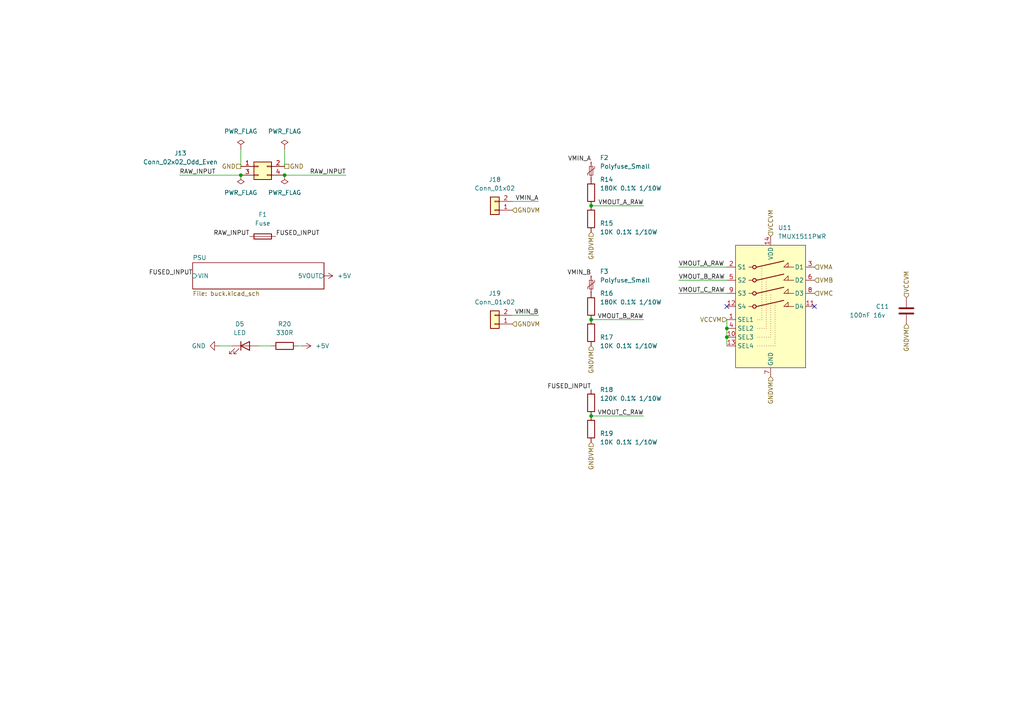
<source format=kicad_sch>
(kicad_sch (version 20250114) (generator "eeschema") (generator_version "9.0")
  (paper "A4")
  (lib_symbols
    (symbol "Analog_Switch_Local:TMUX1511PWR"
      (property "Reference" "U" (at 0 37.592 0))
      (property "Value" "TMUX1511PWR" (at 8.89 16.51 0))
      (symbol "TMUX1511PWR_0_1"
        (polyline (pts (xy 3.81 11.43) (xy 5.08 11.43) (xy 5.08 12.7) (xy 3.81 11.43)))
        (polyline (pts (xy 3.81 7.62) (xy 5.08 7.62) (xy 5.08 8.89) (xy 3.81 7.62)))
        (polyline (pts (xy 3.81 3.81) (xy 5.08 3.81) (xy 5.08 5.08) (xy 3.81 3.81)))
        (polyline (pts (xy 3.81 0) (xy 5.08 0) (xy 5.08 1.27) (xy 3.81 0)))
      )
      (symbol "TMUX1511PWR_1_1"
        (rectangle (start -10.16 17.78) (end 10.16 -17.78) (fill (type background)))
        (polyline (pts (xy -6.35 11.43) (xy -5.334 11.43)))
        (polyline (pts (xy -6.35 7.62) (xy -5.334 7.62)))
        (polyline (pts (xy -6.35 3.81) (xy -5.334 3.81)))
        (polyline (pts (xy -6.35 0) (xy -5.334 0)))
        (circle (center -4.699 11.43) (radius 0.508) (stroke (width 0.254)))
        (circle (center -4.699 7.62) (radius 0.508) (stroke (width 0.254)))
        (circle (center -4.699 3.81) (radius 0.508) (stroke (width 0.254)))
        (circle (center -4.699 0) (radius 0.508) (stroke (width 0.254)))
        (polyline (pts (xy -3.81 -3.81) (xy -2.54 -3.81) (xy -2.54 11.43)) (stroke (width 0) (type dot)))
        (polyline (pts (xy -3.81 -6.35) (xy -1.27 -6.35) (xy -1.27 7.62)) (stroke (width 0) (type dot)))
        (polyline (pts (xy -3.81 -8.89) (xy 0 -8.89) (xy 0 3.81)) (stroke (width 0) (type dot)))
        (polyline (pts (xy -3.81 -11.43) (xy 1.27 -11.43) (xy 1.27 1.27)) (stroke (width 0) (type dot)))
        (polyline (pts (xy 3.81 13.208) (xy -4.064 11.43)) (stroke (width 0.254)))
        (polyline (pts (xy 3.81 9.398) (xy -4.064 7.62)) (stroke (width 0.254)))
        (polyline (pts (xy 3.81 5.588) (xy -4.064 3.81)) (stroke (width 0.254)))
        (polyline (pts (xy 3.81 1.778) (xy -4.064 0)) (stroke (width 0.254)))
        (polyline (pts (xy 6.731 11.43) (xy 4.445 11.43)))
        (polyline (pts (xy 6.731 7.62) (xy 4.445 7.62)))
        (polyline (pts (xy 6.731 3.81) (xy 4.445 3.81)))
        (polyline (pts (xy 6.731 0) (xy 4.445 0)))
        (pin passive line (at -12.7 11.43 0) (length 2.54) (name "S1") (number "2"))
        (pin passive line (at -12.7 7.62 0) (length 2.54) (name "S2") (number "5"))
        (pin passive line (at -12.7 3.81 0) (length 2.54) (name "S3") (number "9"))
        (pin passive line (at -12.7 0 0) (length 2.54) (name "S4") (number "12"))
        (pin input line (at -12.7 -3.81 0) (length 2.54) (name "SEL1") (number "1"))
        (pin input line (at -12.7 -6.35 0) (length 2.54) (name "SEL2") (number "4"))
        (pin input line (at -12.7 -8.89 0) (length 2.54) (name "SEL3") (number "10"))
        (pin input line (at -12.7 -11.43 0) (length 2.54) (name "SEL4") (number "13"))
        (pin power_in line (at 0 20.32 270) (length 2.54) (name "VDD") (number "14"))
        (pin power_in line (at 0 -20.32 90) (length 2.54) (name "GND") (number "7"))
        (pin passive line (at 12.7 11.43 180) (length 2.54) (name "D1") (number "3"))
        (pin passive line (at 12.7 7.62 180) (length 2.54) (name "D2") (number "6"))
        (pin passive line (at 12.7 3.81 180) (length 2.54) (name "D3") (number "8"))
        (pin passive line (at 12.7 0 180) (length 2.54) (name "D4") (number "11"))
      )
    )
    (symbol "Connector_Generic:Conn_01x02" (pin_names (offset 1.016) (hide yes))
      (property "Reference" "J" (at 0 2.54 0))
      (property "Value" "Conn_01x02" (at 0 -5.08 0))
      (symbol "Conn_01x02_1_1"
        (rectangle (start -1.27 1.27) (end 1.27 -3.81) (stroke (width 0.254)) (fill (type background)))
        (rectangle (start -1.27 0.127) (end 0 -0.127) (stroke (width 0.1524)))
        (rectangle (start -1.27 -2.413) (end 0 -2.667) (stroke (width 0.1524)))
        (pin passive line (at -5.08 0 0) (length 3.81) (name "Pin_1") (number "1"))
        (pin passive line (at -5.08 -2.54 0) (length 3.81) (name "Pin_2") (number "2"))
      )
    )
    (symbol "Connector_Generic:Conn_02x02_Odd_Even" (pin_names (offset 1.016) (hide yes))
      (property "Reference" "J" (at 1.27 2.54 0))
      (property "Value" "Conn_02x02_Odd_Even" (at 1.27 -5.08 0))
      (symbol "Conn_02x02_Odd_Even_1_1"
        (rectangle (start -1.27 1.27) (end 3.81 -3.81) (stroke (width 0.254)) (fill (type background)))
        (rectangle (start -1.27 0.127) (end 0 -0.127) (stroke (width 0.1524)))
        (rectangle (start -1.27 -2.413) (end 0 -2.667) (stroke (width 0.1524)))
        (rectangle (start 3.81 0.127) (end 2.54 -0.127) (stroke (width 0.1524)))
        (rectangle (start 3.81 -2.413) (end 2.54 -2.667) (stroke (width 0.1524)))
        (pin passive line (at -5.08 0 0) (length 3.81) (name "Pin_1") (number "1"))
        (pin passive line (at -5.08 -2.54 0) (length 3.81) (name "Pin_3") (number "3"))
        (pin passive line (at 7.62 0 180) (length 3.81) (name "Pin_2") (number "2"))
        (pin passive line (at 7.62 -2.54 180) (length 3.81) (name "Pin_4") (number "4"))
      )
    )
    (symbol "Device:C" (pin_numbers (hide yes)) (pin_names (offset 0.254))
      (property "Reference" "C" (at 0.635 2.54 0))
      (property "Value" "C" (at 0.635 -2.54 0))
      (symbol "C_0_1"
        (polyline (pts (xy -2.032 0.762) (xy 2.032 0.762)) (stroke (width 0.508)))
        (polyline (pts (xy -2.032 -0.762) (xy 2.032 -0.762)) (stroke (width 0.508)))
      )
      (symbol "C_1_1"
        (pin passive line (at 0 3.81 270) (length 2.794) (name "~") (number "1"))
        (pin passive line (at 0 -3.81 90) (length 2.794) (name "~") (number "2"))
      )
    )
    (symbol "Device:Fuse" (pin_numbers (hide yes)) (pin_names (offset 0))
      (property "Reference" "F" (at 2.032 0 90))
      (property "Value" "Fuse" (at -1.905 0 90))
      (symbol "Fuse_0_1"
        (rectangle (start -0.762 -2.54) (end 0.762 2.54) (stroke (width 0.254)))
        (polyline (pts (xy 0 2.54) (xy 0 -2.54)))
      )
      (symbol "Fuse_1_1"
        (pin passive line (at 0 3.81 270) (length 1.27) (name "~") (number "1"))
        (pin passive line (at 0 -3.81 90) (length 1.27) (name "~") (number "2"))
      )
    )
    (symbol "Device:LED" (pin_numbers (hide yes)) (pin_names (offset 1.016) (hide yes))
      (property "Reference" "D" (at 0 2.54 0))
      (property "Value" "LED" (at 0 -2.54 0))
      (symbol "LED_0_1"
        (polyline (pts (xy -3.048 -0.762) (xy -4.572 -2.286) (xy -3.81 -2.286) (xy -4.572 -2.286) (xy -4.572 -1.524)))
        (polyline (pts (xy -1.778 -0.762) (xy -3.302 -2.286) (xy -2.54 -2.286) (xy -3.302 -2.286) (xy -3.302 -1.524)))
        (polyline (pts (xy -1.27 0) (xy 1.27 0)))
        (polyline (pts (xy -1.27 -1.27) (xy -1.27 1.27)) (stroke (width 0.254)))
        (polyline (pts (xy 1.27 -1.27) (xy 1.27 1.27) (xy -1.27 0) (xy 1.27 -1.27)) (stroke (width 0.254)))
      )
      (symbol "LED_1_1"
        (pin passive line (at -3.81 0 0) (length 2.54) (name "K") (number "1"))
        (pin passive line (at 3.81 0 180) (length 2.54) (name "A") (number "2"))
      )
    )
    (symbol "Device:Polyfuse_Small" (pin_numbers (hide yes)) (pin_names (offset 0))
      (property "Reference" "F" (at -1.905 0 90))
      (property "Value" "Polyfuse_Small" (at 1.905 0 90))
      (symbol "Polyfuse_Small_0_1"
        (polyline (pts (xy -1.016 1.27) (xy -1.016 0.762) (xy 1.016 -0.762) (xy 1.016 -1.27)))
        (rectangle (start -0.508 1.27) (end 0.508 -1.27))
        (polyline (pts (xy 0 2.54) (xy 0 -2.54)))
      )
      (symbol "Polyfuse_Small_1_1"
        (pin passive line (at 0 2.54 270) (length 0.635) (name "~") (number "1"))
        (pin passive line (at 0 -2.54 90) (length 0.635) (name "~") (number "2"))
      )
    )
    (symbol "Device:R" (pin_numbers (hide yes)) (pin_names (offset 0))
      (property "Reference" "R" (at 2.032 0 90))
      (property "Value" "R" (at 0 0 90))
      (symbol "R_0_1"
        (rectangle (start -1.016 -2.54) (end 1.016 2.54) (stroke (width 0.254)))
      )
      (symbol "R_1_1"
        (pin passive line (at 0 3.81 270) (length 1.27) (name "~") (number "1"))
        (pin passive line (at 0 -3.81 90) (length 1.27) (name "~") (number "2"))
      )
    )
    (symbol "power:+5V" (power) (pin_numbers (hide yes)) (pin_names (offset 0) (hide yes))
      (property "Value" "+5V" (at 0 3.556 0))
      (symbol "+5V_0_1"
        (polyline (pts (xy -0.762 1.27) (xy 0 2.54)))
        (polyline (pts (xy 0 2.54) (xy 0.762 1.27)))
        (polyline (pts (xy 0 0) (xy 0 2.54)))
      )
      (symbol "+5V_1_1"
        (pin power_in line (at 0 0 90) (length 0) (name "~") (number "1"))
      )
    )
    (symbol "power:GND" (power) (pin_numbers (hide yes)) (pin_names (offset 0) (hide yes))
      (property "Value" "GND" (at 0 -3.81 0))
      (symbol "GND_0_1"
        (polyline (pts (xy 0 0) (xy 0 -1.27) (xy 1.27 -1.27) (xy 0 -2.54) (xy -1.27 -1.27) (xy 0 -1.27)))
      )
      (symbol "GND_1_1"
        (pin power_in line (at 0 0 270) (length 0) (name "~") (number "1"))
      )
    )
    (symbol "power:PWR_FLAG" (power) (pin_numbers (hide yes)) (pin_names (offset 0) (hide yes))
      (property "Value" "PWR_FLAG" (at 0 3.81 0))
      (symbol "PWR_FLAG_0_0"
        (pin power_out line (at 0 0 90) (length 0) (name "~") (number "1"))
      )
      (symbol "PWR_FLAG_0_1"
        (polyline (pts (xy 0 0) (xy 0 1.27) (xy -1.016 1.905) (xy 0 2.54) (xy 1.016 1.905) (xy 0 1.27)))
      )
    )
  )
  (junction (at 82.55 50.8))
  (junction (at 210.82 95.25))
  (junction (at 171.45 120.65))
  (junction (at 69.85 50.8))
  (junction (at 171.45 92.71))
  (junction (at 210.82 97.79))
  (junction (at 171.45 59.69))
  (no_connect (at 236.22 88.9))
  (no_connect (at 210.82 88.9))
  (wire (pts (xy 82.55 43.18) (xy 82.55 48.26)))
  (wire (pts (xy 196.85 77.47) (xy 210.82 77.47)))
  (wire (pts (xy 186.69 59.69) (xy 171.45 59.69)))
  (wire (pts (xy 196.85 81.28) (xy 210.82 81.28)))
  (wire (pts (xy 74.93 100.33) (xy 78.74 100.33)))
  (wire (pts (xy 186.69 92.71) (xy 171.45 92.71)))
  (wire (pts (xy 196.85 85.09) (xy 210.82 85.09)))
  (wire (pts (xy 69.85 43.18) (xy 69.85 48.26)))
  (wire (pts (xy 100.33 50.8) (xy 82.55 50.8)))
  (wire (pts (xy 186.69 120.65) (xy 171.45 120.65)))
  (wire (pts (xy 156.21 58.42) (xy 148.59 58.42)))
  (wire (pts (xy 210.82 92.71) (xy 210.82 95.25)))
  (wire (pts (xy 210.82 97.79) (xy 210.82 100.33)))
  (wire (pts (xy 87.63 100.33) (xy 86.36 100.33)))
  (wire (pts (xy 156.21 91.44) (xy 148.59 91.44)))
  (wire (pts (xy 67.31 100.33) (xy 63.5 100.33)))
  (wire (pts (xy 210.82 95.25) (xy 210.82 97.79)))
  (wire (pts (xy 52.07 50.8) (xy 69.85 50.8)))
  (label "FUSED_INPUT" (at 80.01 68.58 0))
  (label "FUSED_INPUT" (at 55.88 80.01 180))
  (label "VMOUT_A_RAW" (at 186.69 59.69 180))
  (label "VMIN_A" (at 156.21 58.42 180))
  (label "VMIN_B" (at 156.21 91.44 180))
  (label "VMIN_B" (at 171.45 80.01 180))
  (label "VMOUT_A_RAW" (at 196.85 77.47 0))
  (label "VMOUT_C_RAW" (at 186.69 120.65 180))
  (label "VMIN_A" (at 171.45 46.99 180))
  (label "RAW_INPUT" (at 100.33 50.8 180))
  (label "VMOUT_B_RAW" (at 186.69 92.71 180))
  (label "RAW_INPUT" (at 72.39 68.58 180))
  (label "VMOUT_C_RAW" (at 196.85 85.09 0))
  (label "RAW_INPUT" (at 52.07 50.8 0))
  (label "VMOUT_B_RAW" (at 196.85 81.28 0))
  (label "FUSED_INPUT" (at 171.45 113.03 180))
  (hierarchical_label "GNDVM" (shape input) (at 223.52 109.22 270))
  (hierarchical_label "GNDVM" (shape input) (at 148.59 93.98 0))
  (hierarchical_label "VCCVM" (shape input) (at 223.52 68.58 90))
  (hierarchical_label "GND" (shape passive) (at 82.55 48.26 0))
  (hierarchical_label "GNDVM" (shape input) (at 262.89 93.98 270))
  (hierarchical_label "VCCVM" (shape input) (at 210.82 92.71 180))
  (hierarchical_label "VCCVM" (shape input) (at 262.89 86.36 90))
  (hierarchical_label "GNDVM" (shape input) (at 171.45 128.27 270))
  (hierarchical_label "GND" (shape passive) (at 69.85 48.26 180))
  (hierarchical_label "VMC" (shape input) (at 236.22 85.09 0))
  (hierarchical_label "GNDVM" (shape input) (at 171.45 67.31 270))
  (hierarchical_label "GNDVM" (shape input) (at 171.45 100.33 270))
  (hierarchical_label "GNDVM" (shape input) (at 148.59 60.96 0))
  (hierarchical_label "VMB" (shape input) (at 236.22 81.28 0))
  (hierarchical_label "VMA" (shape input) (at 236.22 77.47 0))
  (symbol (lib_id "Device:R") (at 171.45 96.52 0) (unit 1)
    (property "Reference" "R17" (at 173.99 97.79 0) (effects (justify left)))
    (property "Value" "10K 0.1% 1/10W" (at 173.99 100.33 0) (effects (justify left)))
    (property "Footprint" "Resistor_SMD:R_0603_1608Metric" (effects (hide yes)))
    (property "Description" "Resistor" (effects (hide yes)))
    (property "Part Number" "RT0603BRD0710KL" (effects (hide yes)))
  )
  (symbol (lib_id "Device:R") (at 82.55 100.33 90) (unit 1)
    (property "Reference" "R20" (at 82.55 93.98 90))
    (property "Value" "330R" (at 82.55 96.52 90))
    (property "Footprint" "Resistor_SMD:R_0603_1608Metric" (effects (hide yes)))
    (property "Description" "Resistor" (effects (hide yes)))
    (property "Part Number" "RC0402FR-07330RL" (effects (hide yes)))
  )
  (symbol (lib_id "Analog_Switch_Local:TMUX1511PWR") (at 223.52 88.9 0) (unit 1)
    (property "Reference" "U11" (at 225.6633 66.04 0) (effects (justify left)))
    (property "Value" "TMUX1511PWR" (at 225.6633 68.58 0) (effects (justify left)))
    (property "Footprint" "Package_SO:TSSOP-14_4.4x5mm_P0.65mm" (effects (hide yes)))
    (property "Datasheet" "https://www.ti.com/lit/ds/symlink/tmux1511.pdf?ts=1744449756224&ref_url=https%253A%252F%252Fwww.ti.com%252Fproduct%252FTMUX1511" (effects (hide yes)))
    (property "Description" "Low-Capacitance, 1:1 (SPST) 4-Channel, Powered-Off Protected Switch with 1.8V Logic" (effects (hide yes)))
    (property "Part Number" "TMUX1511PWR" (effects (hide yes)))
  )
  (symbol (lib_id "Device:C") (at 262.89 90.17 180) (unit 1)
    (property "Reference" "C11" (at 254 88.9 0) (effects (justify right)))
    (property "Value" "100nF 16v" (at 246.38 91.44 0) (effects (justify right)))
    (property "Footprint" "Capacitor_SMD:C_0402_1005Metric" (effects (hide yes)))
    (property "Description" "Unpolarized capacitor" (effects (hide yes)))
    (property "Part Number" "GRM155R71C104KA88D" (effects (hide yes)))
  )
  (symbol (lib_id "power:PWR_FLAG") (at 82.55 50.8 180) (unit 1)
    (property "Reference" "#FLG03" (effects (hide yes)))
    (property "Value" "PWR_FLAG" (at 82.55 55.88 0))
    (property "Description" "Special symbol for telling ERC where power comes from" (effects (hide yes)))
  )
  (symbol (lib_id "Device:R") (at 171.45 116.84 0) (unit 1)
    (property "Reference" "R18" (at 173.99 113.03 0) (effects (justify left)))
    (property "Value" "120K 0.1% 1/10W" (at 173.99 115.57 0) (effects (justify left)))
    (property "Footprint" "Resistor_SMD:R_0603_1608Metric" (effects (hide yes)))
    (property "Description" "Resistor" (effects (hide yes)))
    (property "Part Number" "RT0603BRD07120KL" (effects (hide yes)))
  )
  (symbol (lib_id "power:PWR_FLAG") (at 69.85 50.8 180) (unit 1)
    (property "Reference" "#FLG04" (effects (hide yes)))
    (property "Value" "PWR_FLAG" (at 69.85 55.88 0))
    (property "Description" "Special symbol for telling ERC where power comes from" (effects (hide yes)))
  )
  (symbol (lib_id "Connector_Generic:Conn_01x02") (at 143.51 93.98 180) (unit 1)
    (property "Reference" "J19" (at 143.51 85.09 0))
    (property "Value" "Conn_01x02" (at 143.51 87.63 0))
    (property "Footprint" "Connector_Molex:Molex_Nano-Fit_105313-xx02_1x02_P2.50mm_Horizontal" (effects (hide yes)))
    (property "Description" "Generic connector, single row, 01x02, script generated (kicad-library-utils/schlib/autogen/connector/)" (effects (hide yes)))
    (property "Part Number" "1053132102" (effects (hide yes)))
  )
  (symbol (lib_id "power:PWR_FLAG") (at 82.55 43.18 0) (unit 1)
    (property "Reference" "#FLG02" (effects (hide yes)))
    (property "Value" "PWR_FLAG" (at 82.55 38.1 0))
    (property "Description" "Special symbol for telling ERC where power comes from" (effects (hide yes)))
  )
  (symbol (lib_id "Connector_Generic:Conn_02x02_Odd_Even") (at 74.93 48.26 0) (unit 1)
    (property "Reference" "J13" (at 52.324 44.45 0))
    (property "Value" "Conn_02x02_Odd_Even" (at 52.324 46.99 0))
    (property "Footprint" "Connector_Molex:Molex_Micro-Fit_3.0_43045-0400_2x02_P3.00mm_Horizontal" (effects (hide yes)))
    (property "Description" "Generic connector, double row, 02x02, odd/even pin numbering scheme (row 1 odd numbers, row 2 even numbers), script generated (kicad-library-utils/schlib/autogen/connector/)" (effects (hide yes)))
    (property "Part Number" "0430450400" (effects (hide yes)))
  )
  (symbol (lib_id "Device:Fuse") (at 76.2 68.58 90) (unit 1)
    (property "Reference" "F1" (at 76.2 62.23 90))
    (property "Value" "Fuse" (at 76.2 64.77 90))
    (property "Footprint" "Fuse:Fuseholder_Blade_Mini_Keystone_3568" (effects (hide yes)))
    (property "Datasheet" "https://www.keyelco.com/userAssets/file/M65p42.pdf" (effects (hide yes)))
    (property "Description" "Fuse" (effects (hide yes)))
    (property "Part Number" "3568" (effects (hide yes)))
    (property "Sim.Device" "R" (effects (hide yes)))
    (property "Sim.Pins" "1=+ 2=-" (effects (hide yes)))
    (property "Sim.Params" "r=0.00001" (effects (hide yes)))
  )
  (symbol (lib_id "Device:R") (at 171.45 88.9 0) (unit 1)
    (property "Reference" "R16" (at 173.99 85.09 0) (effects (justify left)))
    (property "Value" "180K 0.1% 1/10W" (at 173.99 87.63 0) (effects (justify left)))
    (property "Footprint" "Resistor_SMD:R_0603_1608Metric" (effects (hide yes)))
    (property "Description" "Resistor" (effects (hide yes)))
    (property "Part Number" "RT0603BRD07180KL" (effects (hide yes)))
  )
  (symbol (lib_id "Device:LED") (at 71.12 100.33 0) (unit 1)
    (property "Reference" "D5" (at 69.5325 93.98 0))
    (property "Value" "LED" (at 69.5325 96.52 0))
    (property "Footprint" "LED_SMD:LED_0603_1608Metric" (effects (hide yes)))
    (property "Datasheet" "https://www.we-online.com/katalog/datasheet/150080SS75000.pdf" (effects (hide yes)))
    (property "Description" "Light emitting diode" (effects (hide yes)))
    (property "Color" "RED" (effects (hide yes)))
    (property "Part Number" "150080SS75000" (effects (hide yes)))
    (property "Sim.Device" "D" (effects (hide yes)))
    (property "Sim.Pins" "1=A 2=K" (effects (hide yes)))
  )
  (symbol (lib_id "power:GND") (at 63.5 100.33 270) (unit 1)
    (property "Reference" "#PWR057" (effects (hide yes)))
    (property "Value" "GND" (at 59.69 100.3299 90) (effects (justify right)))
    (property "Description" "Power symbol creates a global label with name \"GND\" , ground" (effects (hide yes)))
  )
  (symbol (lib_id "Device:R") (at 171.45 55.88 0) (unit 1)
    (property "Reference" "R14" (at 173.99 52.07 0) (effects (justify left)))
    (property "Value" "180K 0.1% 1/10W" (at 173.99 54.61 0) (effects (justify left)))
    (property "Footprint" "Resistor_SMD:R_0603_1608Metric" (effects (hide yes)))
    (property "Description" "Resistor" (effects (hide yes)))
    (property "Part Number" "RT0603BRD07180KL" (effects (hide yes)))
  )
  (symbol (lib_id "power:PWR_FLAG") (at 69.85 43.18 0) (unit 1)
    (property "Reference" "#FLG01" (effects (hide yes)))
    (property "Value" "PWR_FLAG" (at 69.85 38.1 0))
    (property "Description" "Special symbol for telling ERC where power comes from" (effects (hide yes)))
  )
  (symbol (lib_id "Device:R") (at 171.45 124.46 0) (unit 1)
    (property "Reference" "R19" (at 173.99 125.73 0) (effects (justify left)))
    (property "Value" "10K 0.1% 1/10W" (at 173.99 128.27 0) (effects (justify left)))
    (property "Footprint" "Resistor_SMD:R_0603_1608Metric" (effects (hide yes)))
    (property "Description" "Resistor" (effects (hide yes)))
    (property "Part Number" "RT0603BRD0710KL" (effects (hide yes)))
  )
  (symbol (lib_id "power:+5V") (at 93.98 80.01 270) (unit 1)
    (property "Reference" "#PWR060" (effects (hide yes)))
    (property "Value" "+5V" (at 97.79 80.0099 90) (effects (justify left)))
    (property "Description" "Power symbol creates a global label with name \"+5V\"" (effects (hide yes)))
  )
  (symbol (lib_id "Device:Polyfuse_Small") (at 171.45 82.55 0) (mirror y) (unit 1)
    (property "Reference" "F3" (at 173.99 78.74 0) (effects (justify right)))
    (property "Value" "Polyfuse_Small" (at 173.99 81.28 0) (effects (justify right)))
    (property "Footprint" "Fuse:Fuse_1206_3216Metric_Pad1.42x1.75mm_HandSolder" (effects (hide yes)))
    (property "Datasheet" "https://www.belfuse.com/resources/datasheets/circuitprotection/ds-cp-0zcj-series.pdf" (effects (hide yes)))
    (property "Description" "Resettable fuse, polymeric positive temperature coefficient, small symbol" (effects (hide yes)))
    (property "Part Number" "0ZCJ0005FF2E" (effects (hide yes)))
  )
  (symbol (lib_id "Connector_Generic:Conn_01x02") (at 143.51 60.96 180) (unit 1)
    (property "Reference" "J18" (at 143.51 52.07 0))
    (property "Value" "Conn_01x02" (at 143.51 54.61 0))
    (property "Footprint" "Connector_Molex:Molex_Nano-Fit_105313-xx02_1x02_P2.50mm_Horizontal" (effects (hide yes)))
    (property "Description" "Generic connector, single row, 01x02, script generated (kicad-library-utils/schlib/autogen/connector/)" (effects (hide yes)))
    (property "Part Number" "1053132102" (effects (hide yes)))
  )
  (symbol (lib_id "Device:R") (at 171.45 63.5 0) (unit 1)
    (property "Reference" "R15" (at 173.99 64.77 0) (effects (justify left)))
    (property "Value" "10K 0.1% 1/10W" (at 173.99 67.31 0) (effects (justify left)))
    (property "Footprint" "Resistor_SMD:R_0603_1608Metric" (effects (hide yes)))
    (property "Description" "Resistor" (effects (hide yes)))
    (property "Part Number" "RT0603BRD0710KL" (effects (hide yes)))
  )
  (symbol (lib_id "power:+5V") (at 87.63 100.33 270) (unit 1)
    (property "Reference" "#PWR058" (effects (hide yes)))
    (property "Value" "+5V" (at 91.44 100.3299 90) (effects (justify left)))
    (property "Description" "Power symbol creates a global label with name \"+5V\"" (effects (hide yes)))
  )
  (symbol (lib_id "Device:Polyfuse_Small") (at 171.45 49.53 0) (mirror y) (unit 1)
    (property "Reference" "F2" (at 173.99 45.72 0) (effects (justify right)))
    (property "Value" "Polyfuse_Small" (at 173.99 48.26 0) (effects (justify right)))
    (property "Footprint" "Fuse:Fuse_1206_3216Metric_Pad1.42x1.75mm_HandSolder" (effects (hide yes)))
    (property "Datasheet" "https://www.belfuse.com/resources/datasheets/circuitprotection/ds-cp-0zcj-series.pdf" (effects (hide yes)))
    (property "Description" "Resettable fuse, polymeric positive temperature coefficient, small symbol" (effects (hide yes)))
    (property "Part Number" "0ZCJ0005FF2E" (effects (hide yes)))
  )
  (sheet (at 55.88 76.2) (size 38.1 7.62) (stroke (width 0.1524))
    (property "Sheetname" "PSU" (at 55.88 75.4884 0) (effects (justify left bottom)))
    (property "Sheetfile" "buck.kicad_sch" (at 55.88 84.4046 0) (effects (justify left top)))
    (pin "5VOUT" output (at 93.98 80.01 0))
    (pin "VIN" input (at 55.88 80.01 180))
  )
)
</source>
